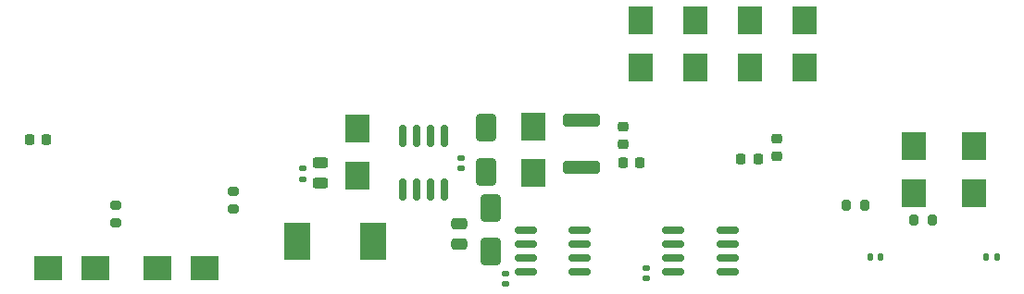
<source format=gbp>
G04 #@! TF.GenerationSoftware,KiCad,Pcbnew,7.0.2-6a45011f42~172~ubuntu22.04.1*
G04 #@! TF.CreationDate,2023-05-14T21:03:13-06:00*
G04 #@! TF.ProjectId,pole-node,706f6c65-2d6e-46f6-9465-2e6b69636164,rev?*
G04 #@! TF.SameCoordinates,Original*
G04 #@! TF.FileFunction,Paste,Bot*
G04 #@! TF.FilePolarity,Positive*
%FSLAX46Y46*%
G04 Gerber Fmt 4.6, Leading zero omitted, Abs format (unit mm)*
G04 Created by KiCad (PCBNEW 7.0.2-6a45011f42~172~ubuntu22.04.1) date 2023-05-14 21:03:13*
%MOMM*%
%LPD*%
G01*
G04 APERTURE LIST*
G04 Aperture macros list*
%AMRoundRect*
0 Rectangle with rounded corners*
0 $1 Rounding radius*
0 $2 $3 $4 $5 $6 $7 $8 $9 X,Y pos of 4 corners*
0 Add a 4 corners polygon primitive as box body*
4,1,4,$2,$3,$4,$5,$6,$7,$8,$9,$2,$3,0*
0 Add four circle primitives for the rounded corners*
1,1,$1+$1,$2,$3*
1,1,$1+$1,$4,$5*
1,1,$1+$1,$6,$7*
1,1,$1+$1,$8,$9*
0 Add four rect primitives between the rounded corners*
20,1,$1+$1,$2,$3,$4,$5,0*
20,1,$1+$1,$4,$5,$6,$7,0*
20,1,$1+$1,$6,$7,$8,$9,0*
20,1,$1+$1,$8,$9,$2,$3,0*%
G04 Aperture macros list end*
%ADD10RoundRect,0.150000X0.150000X-0.825000X0.150000X0.825000X-0.150000X0.825000X-0.150000X-0.825000X0*%
%ADD11RoundRect,0.243750X0.456250X-0.243750X0.456250X0.243750X-0.456250X0.243750X-0.456250X-0.243750X0*%
%ADD12RoundRect,0.218750X0.256250X-0.218750X0.256250X0.218750X-0.256250X0.218750X-0.256250X-0.218750X0*%
%ADD13RoundRect,0.140000X0.170000X-0.140000X0.170000X0.140000X-0.170000X0.140000X-0.170000X-0.140000X0*%
%ADD14RoundRect,0.250000X0.650000X-1.000000X0.650000X1.000000X-0.650000X1.000000X-0.650000X-1.000000X0*%
%ADD15R,2.400000X3.500000*%
%ADD16RoundRect,0.218750X0.218750X0.256250X-0.218750X0.256250X-0.218750X-0.256250X0.218750X-0.256250X0*%
%ADD17RoundRect,0.218750X-0.256250X0.218750X-0.256250X-0.218750X0.256250X-0.218750X0.256250X0.218750X0*%
%ADD18RoundRect,0.218750X-0.218750X-0.256250X0.218750X-0.256250X0.218750X0.256250X-0.218750X0.256250X0*%
%ADD19RoundRect,0.150000X-0.825000X-0.150000X0.825000X-0.150000X0.825000X0.150000X-0.825000X0.150000X0*%
%ADD20R,2.300000X2.500000*%
%ADD21RoundRect,0.140000X-0.140000X-0.170000X0.140000X-0.170000X0.140000X0.170000X-0.140000X0.170000X0*%
%ADD22R,2.500000X2.300000*%
%ADD23RoundRect,0.200000X-0.275000X0.200000X-0.275000X-0.200000X0.275000X-0.200000X0.275000X0.200000X0*%
%ADD24RoundRect,0.200000X0.200000X0.275000X-0.200000X0.275000X-0.200000X-0.275000X0.200000X-0.275000X0*%
%ADD25RoundRect,0.250000X-0.475000X0.250000X-0.475000X-0.250000X0.475000X-0.250000X0.475000X0.250000X0*%
%ADD26RoundRect,0.200000X0.275000X-0.200000X0.275000X0.200000X-0.275000X0.200000X-0.275000X-0.200000X0*%
%ADD27RoundRect,0.250000X-1.450000X0.312500X-1.450000X-0.312500X1.450000X-0.312500X1.450000X0.312500X0*%
G04 APERTURE END LIST*
D10*
X77105000Y-67875000D03*
X75835000Y-67875000D03*
X74565000Y-67875000D03*
X73295000Y-67875000D03*
X73295000Y-62925000D03*
X74565000Y-62925000D03*
X75835000Y-62925000D03*
X77105000Y-62925000D03*
D11*
X65700000Y-67237500D03*
X65700000Y-65362500D03*
D12*
X93400000Y-63687500D03*
X93400000Y-62112500D03*
D13*
X82700000Y-76480000D03*
X82700000Y-75520000D03*
X95500000Y-75980000D03*
X95500000Y-75020000D03*
D14*
X81300000Y-73500000D03*
X81300000Y-69500000D03*
D15*
X70550000Y-72600000D03*
X63650000Y-72600000D03*
D16*
X94987500Y-65400000D03*
X93412500Y-65400000D03*
D17*
X107500000Y-63212500D03*
X107500000Y-64787500D03*
D18*
X39112500Y-63300000D03*
X40687500Y-63300000D03*
D19*
X84525000Y-75405000D03*
X84525000Y-74135000D03*
X84525000Y-72865000D03*
X84525000Y-71595000D03*
X89475000Y-71595000D03*
X89475000Y-72865000D03*
X89475000Y-74135000D03*
X89475000Y-75405000D03*
X98025000Y-75405000D03*
X98025000Y-74135000D03*
X98025000Y-72865000D03*
X98025000Y-71595000D03*
X102975000Y-71595000D03*
X102975000Y-72865000D03*
X102975000Y-74135000D03*
X102975000Y-75405000D03*
D20*
X125500000Y-68150000D03*
X125500000Y-63850000D03*
D21*
X126640000Y-74000000D03*
X127600000Y-74000000D03*
D13*
X64100000Y-66880000D03*
X64100000Y-65920000D03*
D20*
X100000000Y-52350000D03*
X100000000Y-56650000D03*
X85200000Y-66350000D03*
X85200000Y-62050000D03*
D22*
X40850000Y-75000000D03*
X45150000Y-75000000D03*
X50850000Y-75000000D03*
X55150000Y-75000000D03*
D20*
X69100000Y-66550000D03*
X69100000Y-62250000D03*
D21*
X116040000Y-74000000D03*
X117000000Y-74000000D03*
D20*
X95000000Y-56650000D03*
X95000000Y-52350000D03*
X110000000Y-52350000D03*
X110000000Y-56650000D03*
X105000000Y-56650000D03*
X105000000Y-52350000D03*
X120000000Y-68150000D03*
X120000000Y-63850000D03*
D16*
X105787500Y-65000000D03*
X104212500Y-65000000D03*
D23*
X47000000Y-69275000D03*
X47000000Y-70925000D03*
D14*
X80900000Y-66200000D03*
X80900000Y-62200000D03*
D24*
X115500000Y-69300000D03*
X113850000Y-69300000D03*
D25*
X78400000Y-70950000D03*
X78400000Y-72850000D03*
D26*
X57800000Y-69625000D03*
X57800000Y-67975000D03*
D24*
X121700000Y-70600000D03*
X120050000Y-70600000D03*
D27*
X89600000Y-61500000D03*
X89600000Y-65775000D03*
D13*
X78600000Y-65880000D03*
X78600000Y-64920000D03*
M02*

</source>
